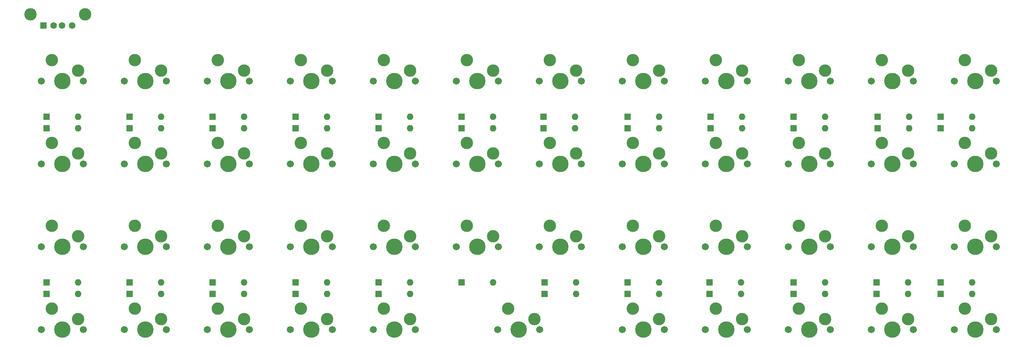
<source format=gbr>
G04 #@! TF.GenerationSoftware,KiCad,Pcbnew,5.1.12-84ad8e8a86~92~ubuntu20.04.1*
G04 #@! TF.CreationDate,2021-12-05T18:43:19-05:00*
G04 #@! TF.ProjectId,Keyboard_JPP,4b657962-6f61-4726-945f-4a50502e6b69,rev?*
G04 #@! TF.SameCoordinates,Original*
G04 #@! TF.FileFunction,Soldermask,Bot*
G04 #@! TF.FilePolarity,Negative*
%FSLAX46Y46*%
G04 Gerber Fmt 4.6, Leading zero omitted, Abs format (unit mm)*
G04 Created by KiCad (PCBNEW 5.1.12-84ad8e8a86~92~ubuntu20.04.1) date 2021-12-05 18:43:19*
%MOMM*%
%LPD*%
G01*
G04 APERTURE LIST*
%ADD10O,1.600000X1.600000*%
%ADD11R,1.600000X1.600000*%
%ADD12C,1.701800*%
%ADD13C,3.987800*%
%ADD14C,3.000000*%
%ADD15C,1.600000*%
%ADD16R,1.600000X1.500000*%
G04 APERTURE END LIST*
D10*
X161544000Y-109220000D03*
D11*
X153924000Y-109220000D03*
D10*
X141478000Y-69088000D03*
D11*
X133858000Y-69088000D03*
D12*
X42418000Y-120650000D03*
X32258000Y-120650000D03*
D13*
X37338000Y-120650000D03*
D14*
X41148000Y-118110000D03*
X34798000Y-115570000D03*
D12*
X42418000Y-100584000D03*
X32258000Y-100584000D03*
D13*
X37338000Y-100584000D03*
D14*
X41148000Y-98044000D03*
X34798000Y-95504000D03*
D12*
X42418000Y-80518000D03*
X32258000Y-80518000D03*
D13*
X37338000Y-80518000D03*
D14*
X41148000Y-77978000D03*
X34798000Y-75438000D03*
D12*
X42418000Y-60452000D03*
X32258000Y-60452000D03*
D13*
X37338000Y-60452000D03*
D14*
X41148000Y-57912000D03*
X34798000Y-55372000D03*
D12*
X62484000Y-120650000D03*
X52324000Y-120650000D03*
D13*
X57404000Y-120650000D03*
D14*
X61214000Y-118110000D03*
X54864000Y-115570000D03*
D12*
X62484000Y-100584000D03*
X52324000Y-100584000D03*
D13*
X57404000Y-100584000D03*
D14*
X61214000Y-98044000D03*
X54864000Y-95504000D03*
D12*
X62484000Y-80518000D03*
X52324000Y-80518000D03*
D13*
X57404000Y-80518000D03*
D14*
X61214000Y-77978000D03*
X54864000Y-75438000D03*
D12*
X62484000Y-60452000D03*
X52324000Y-60452000D03*
D13*
X57404000Y-60452000D03*
D14*
X61214000Y-57912000D03*
X54864000Y-55372000D03*
D12*
X82550000Y-120650000D03*
X72390000Y-120650000D03*
D13*
X77470000Y-120650000D03*
D14*
X81280000Y-118110000D03*
X74930000Y-115570000D03*
D12*
X82550000Y-100584000D03*
X72390000Y-100584000D03*
D13*
X77470000Y-100584000D03*
D14*
X81280000Y-98044000D03*
X74930000Y-95504000D03*
D12*
X82550000Y-80518000D03*
X72390000Y-80518000D03*
D13*
X77470000Y-80518000D03*
D14*
X81280000Y-77978000D03*
X74930000Y-75438000D03*
D12*
X82550000Y-60452000D03*
X72390000Y-60452000D03*
D13*
X77470000Y-60452000D03*
D14*
X81280000Y-57912000D03*
X74930000Y-55372000D03*
D12*
X102616000Y-120650000D03*
X92456000Y-120650000D03*
D13*
X97536000Y-120650000D03*
D14*
X101346000Y-118110000D03*
X94996000Y-115570000D03*
D12*
X102616000Y-100584000D03*
X92456000Y-100584000D03*
D13*
X97536000Y-100584000D03*
D14*
X101346000Y-98044000D03*
X94996000Y-95504000D03*
D12*
X102616000Y-80518000D03*
X92456000Y-80518000D03*
D13*
X97536000Y-80518000D03*
D14*
X101346000Y-77978000D03*
X94996000Y-75438000D03*
D12*
X102616000Y-60452000D03*
X92456000Y-60452000D03*
D13*
X97536000Y-60452000D03*
D14*
X101346000Y-57912000D03*
X94996000Y-55372000D03*
D12*
X122682000Y-120650000D03*
X112522000Y-120650000D03*
D13*
X117602000Y-120650000D03*
D14*
X121412000Y-118110000D03*
X115062000Y-115570000D03*
D12*
X122682000Y-100584000D03*
X112522000Y-100584000D03*
D13*
X117602000Y-100584000D03*
D14*
X121412000Y-98044000D03*
X115062000Y-95504000D03*
D12*
X122682000Y-80518000D03*
X112522000Y-80518000D03*
D13*
X117602000Y-80518000D03*
D14*
X121412000Y-77978000D03*
X115062000Y-75438000D03*
D12*
X122682000Y-60452000D03*
X112522000Y-60452000D03*
D13*
X117602000Y-60452000D03*
D14*
X121412000Y-57912000D03*
X115062000Y-55372000D03*
D12*
X142748000Y-100584000D03*
X132588000Y-100584000D03*
D13*
X137668000Y-100584000D03*
D14*
X141478000Y-98044000D03*
X135128000Y-95504000D03*
D12*
X142748000Y-80518000D03*
X132588000Y-80518000D03*
D13*
X137668000Y-80518000D03*
D14*
X141478000Y-77978000D03*
X135128000Y-75438000D03*
D12*
X142748000Y-60452000D03*
X132588000Y-60452000D03*
D13*
X137668000Y-60452000D03*
D14*
X141478000Y-57912000D03*
X135128000Y-55372000D03*
D12*
X152781000Y-120650000D03*
X142621000Y-120650000D03*
D13*
X147701000Y-120650000D03*
D14*
X151511000Y-118110000D03*
X145161000Y-115570000D03*
D12*
X162814000Y-100584000D03*
X152654000Y-100584000D03*
D13*
X157734000Y-100584000D03*
D14*
X161544000Y-98044000D03*
X155194000Y-95504000D03*
D12*
X162814000Y-80518000D03*
X152654000Y-80518000D03*
D13*
X157734000Y-80518000D03*
D14*
X161544000Y-77978000D03*
X155194000Y-75438000D03*
D12*
X162814000Y-60452000D03*
X152654000Y-60452000D03*
D13*
X157734000Y-60452000D03*
D14*
X161544000Y-57912000D03*
X155194000Y-55372000D03*
D12*
X182880000Y-120650000D03*
X172720000Y-120650000D03*
D13*
X177800000Y-120650000D03*
D14*
X181610000Y-118110000D03*
X175260000Y-115570000D03*
D12*
X182880000Y-100584000D03*
X172720000Y-100584000D03*
D13*
X177800000Y-100584000D03*
D14*
X181610000Y-98044000D03*
X175260000Y-95504000D03*
D12*
X182880000Y-80518000D03*
X172720000Y-80518000D03*
D13*
X177800000Y-80518000D03*
D14*
X181610000Y-77978000D03*
X175260000Y-75438000D03*
D12*
X182880000Y-60452000D03*
X172720000Y-60452000D03*
D13*
X177800000Y-60452000D03*
D14*
X181610000Y-57912000D03*
X175260000Y-55372000D03*
D12*
X202946000Y-120650000D03*
X192786000Y-120650000D03*
D13*
X197866000Y-120650000D03*
D14*
X201676000Y-118110000D03*
X195326000Y-115570000D03*
D12*
X202946000Y-100584000D03*
X192786000Y-100584000D03*
D13*
X197866000Y-100584000D03*
D14*
X201676000Y-98044000D03*
X195326000Y-95504000D03*
D12*
X202946000Y-80518000D03*
X192786000Y-80518000D03*
D13*
X197866000Y-80518000D03*
D14*
X201676000Y-77978000D03*
X195326000Y-75438000D03*
D12*
X202946000Y-60452000D03*
X192786000Y-60452000D03*
D13*
X197866000Y-60452000D03*
D14*
X201676000Y-57912000D03*
X195326000Y-55372000D03*
D12*
X223012000Y-120650000D03*
X212852000Y-120650000D03*
D13*
X217932000Y-120650000D03*
D14*
X221742000Y-118110000D03*
X215392000Y-115570000D03*
D12*
X223012000Y-100584000D03*
X212852000Y-100584000D03*
D13*
X217932000Y-100584000D03*
D14*
X221742000Y-98044000D03*
X215392000Y-95504000D03*
D12*
X223012000Y-80518000D03*
X212852000Y-80518000D03*
D13*
X217932000Y-80518000D03*
D14*
X221742000Y-77978000D03*
X215392000Y-75438000D03*
D12*
X223012000Y-60452000D03*
X212852000Y-60452000D03*
D13*
X217932000Y-60452000D03*
D14*
X221742000Y-57912000D03*
X215392000Y-55372000D03*
D12*
X243078000Y-120650000D03*
X232918000Y-120650000D03*
D13*
X237998000Y-120650000D03*
D14*
X241808000Y-118110000D03*
X235458000Y-115570000D03*
D12*
X243078000Y-100584000D03*
X232918000Y-100584000D03*
D13*
X237998000Y-100584000D03*
D14*
X241808000Y-98044000D03*
X235458000Y-95504000D03*
D12*
X243078000Y-80518000D03*
X232918000Y-80518000D03*
D13*
X237998000Y-80518000D03*
D14*
X241808000Y-77978000D03*
X235458000Y-75438000D03*
D12*
X243078000Y-60452000D03*
X232918000Y-60452000D03*
D13*
X237998000Y-60452000D03*
D14*
X241808000Y-57912000D03*
X235458000Y-55372000D03*
D12*
X263144000Y-120650000D03*
X252984000Y-120650000D03*
D13*
X258064000Y-120650000D03*
D14*
X261874000Y-118110000D03*
X255524000Y-115570000D03*
D12*
X263144000Y-100584000D03*
X252984000Y-100584000D03*
D13*
X258064000Y-100584000D03*
D14*
X261874000Y-98044000D03*
X255524000Y-95504000D03*
D12*
X263144000Y-80518000D03*
X252984000Y-80518000D03*
D13*
X258064000Y-80518000D03*
D14*
X261874000Y-77978000D03*
X255524000Y-75438000D03*
D12*
X263144000Y-60452000D03*
X252984000Y-60452000D03*
D13*
X258064000Y-60452000D03*
D14*
X261874000Y-57912000D03*
X255524000Y-55372000D03*
D15*
X39766000Y-46990000D03*
X37266000Y-46990000D03*
X35266000Y-46990000D03*
D16*
X32766000Y-46990000D03*
D14*
X42836000Y-44280000D03*
X29696000Y-44280000D03*
D10*
X41148000Y-112014000D03*
D11*
X33528000Y-112014000D03*
D10*
X41148000Y-109220000D03*
D11*
X33528000Y-109220000D03*
D10*
X41148000Y-71882000D03*
D11*
X33528000Y-71882000D03*
D10*
X41148000Y-69088000D03*
D11*
X33528000Y-69088000D03*
D10*
X61214000Y-112014000D03*
D11*
X53594000Y-112014000D03*
D10*
X61214000Y-109220000D03*
D11*
X53594000Y-109220000D03*
D10*
X61214000Y-71882000D03*
D11*
X53594000Y-71882000D03*
D10*
X61214000Y-69088000D03*
D11*
X53594000Y-69088000D03*
D10*
X81280000Y-112014000D03*
D11*
X73660000Y-112014000D03*
D10*
X81280000Y-109220000D03*
D11*
X73660000Y-109220000D03*
D10*
X81280000Y-71882000D03*
D11*
X73660000Y-71882000D03*
D10*
X81280000Y-69088000D03*
D11*
X73660000Y-69088000D03*
D10*
X101346000Y-112014000D03*
D11*
X93726000Y-112014000D03*
D10*
X101346000Y-109220000D03*
D11*
X93726000Y-109220000D03*
D10*
X101346000Y-71882000D03*
D11*
X93726000Y-71882000D03*
D10*
X101346000Y-69088000D03*
D11*
X93726000Y-69088000D03*
D10*
X121412000Y-112014000D03*
D11*
X113792000Y-112014000D03*
D10*
X121412000Y-109220000D03*
D11*
X113792000Y-109220000D03*
D10*
X121412000Y-71882000D03*
D11*
X113792000Y-71882000D03*
D10*
X121412000Y-69088000D03*
D11*
X113792000Y-69088000D03*
D10*
X141478000Y-109220000D03*
D11*
X133858000Y-109220000D03*
D10*
X141478000Y-71882000D03*
D11*
X133858000Y-71882000D03*
D10*
X161544000Y-112014000D03*
D11*
X153924000Y-112014000D03*
D10*
X161290000Y-71882000D03*
D11*
X153670000Y-71882000D03*
D10*
X161290000Y-69088000D03*
D11*
X153670000Y-69088000D03*
D10*
X181610000Y-112014000D03*
D11*
X173990000Y-112014000D03*
D10*
X181610000Y-109220000D03*
D11*
X173990000Y-109220000D03*
D10*
X181610000Y-71882000D03*
D11*
X173990000Y-71882000D03*
D10*
X181610000Y-69088000D03*
D11*
X173990000Y-69088000D03*
D10*
X201422000Y-112014000D03*
D11*
X193802000Y-112014000D03*
D10*
X201422000Y-109220000D03*
D11*
X193802000Y-109220000D03*
D10*
X201676000Y-71882000D03*
D11*
X194056000Y-71882000D03*
D10*
X201676000Y-69088000D03*
D11*
X194056000Y-69088000D03*
D10*
X221742000Y-112014000D03*
D11*
X214122000Y-112014000D03*
D10*
X221742000Y-109220000D03*
D11*
X214122000Y-109220000D03*
D10*
X221742000Y-71882000D03*
D11*
X214122000Y-71882000D03*
D10*
X221742000Y-69088000D03*
D11*
X214122000Y-69088000D03*
D10*
X241808000Y-112014000D03*
D11*
X234188000Y-112014000D03*
D10*
X241808000Y-109220000D03*
D11*
X234188000Y-109220000D03*
D10*
X242062000Y-71882000D03*
D11*
X234442000Y-71882000D03*
D10*
X242062000Y-69088000D03*
D11*
X234442000Y-69088000D03*
D10*
X257302000Y-112014000D03*
D11*
X249682000Y-112014000D03*
D10*
X257302000Y-109220000D03*
D11*
X249682000Y-109220000D03*
D10*
X257302000Y-71882000D03*
D11*
X249682000Y-71882000D03*
D10*
X257302000Y-69088000D03*
D11*
X249682000Y-69088000D03*
M02*

</source>
